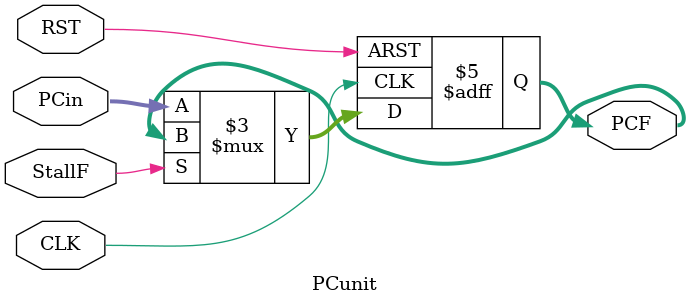
<source format=v>
`timescale 1ns/1ps

module PCunit (
    input   wire                CLK, 
    input   wire                RST, 
    input   wire                StallF, 
    input   wire    [31:0]      PCin,
    output  reg     [31:0]      PCF
);

always @(posedge CLK or posedge RST) begin
    if (RST) begin
        PCF <= 32'b0;           // Reset to 0 on active-high RST
    end
    else if (!StallF) begin
        PCF <= PCin;            // Update PCF with PCin if not stalled
    end
end

endmodule

</source>
